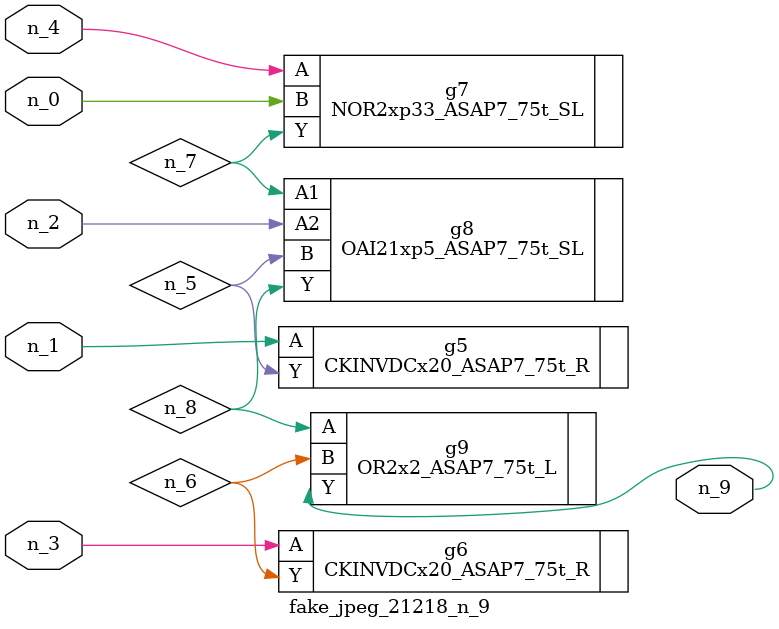
<source format=v>
module fake_jpeg_21218_n_9 (n_3, n_2, n_1, n_0, n_4, n_9);

input n_3;
input n_2;
input n_1;
input n_0;
input n_4;

output n_9;

wire n_8;
wire n_6;
wire n_5;
wire n_7;

CKINVDCx20_ASAP7_75t_R g5 ( 
.A(n_1),
.Y(n_5)
);

CKINVDCx20_ASAP7_75t_R g6 ( 
.A(n_3),
.Y(n_6)
);

NOR2xp33_ASAP7_75t_SL g7 ( 
.A(n_4),
.B(n_0),
.Y(n_7)
);

OAI21xp5_ASAP7_75t_SL g8 ( 
.A1(n_7),
.A2(n_2),
.B(n_5),
.Y(n_8)
);

OR2x2_ASAP7_75t_L g9 ( 
.A(n_8),
.B(n_6),
.Y(n_9)
);


endmodule
</source>
